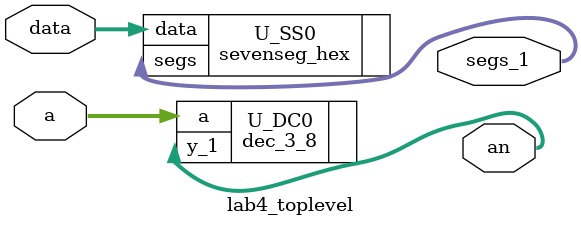
<source format=sv>
`timescale 1ns / 1ps


module lab4_toplevel(input logic [2:0] a, input logic [3:0] data, output logic [7:0] an, output logic [6:0] segs_1);
  
    dec_3_8 U_DC0 (.a(a), .y_1(an));
    sevenseg_hex U_SS0 (.data(data), .segs(segs_1));
    
endmodule

</source>
